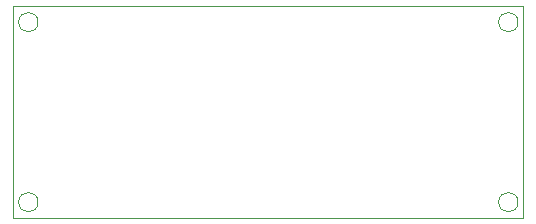
<source format=gbr>
%TF.GenerationSoftware,KiCad,Pcbnew,9.0.1*%
%TF.CreationDate,2025-04-21T22:05:37-04:00*%
%TF.ProjectId,nano_original,6e616e6f-5f6f-4726-9967-696e616c2e6b,rev?*%
%TF.SameCoordinates,Original*%
%TF.FileFunction,Profile,NP*%
%FSLAX46Y46*%
G04 Gerber Fmt 4.6, Leading zero omitted, Abs format (unit mm)*
G04 Created by KiCad (PCBNEW 9.0.1) date 2025-04-21 22:05:37*
%MOMM*%
%LPD*%
G01*
G04 APERTURE LIST*
%TA.AperFunction,Profile*%
%ADD10C,0.050000*%
%TD*%
G04 APERTURE END LIST*
D10*
X59150000Y-74000000D02*
X102350000Y-74000000D01*
X102350000Y-92000000D01*
X59150000Y-92000000D01*
X59150000Y-74000000D01*
X61265500Y-90630000D02*
G75*
G02*
X59614500Y-90630000I-825500J0D01*
G01*
X59614500Y-90630000D02*
G75*
G02*
X61265500Y-90630000I825500J0D01*
G01*
X61265500Y-75390000D02*
G75*
G02*
X59614500Y-75390000I-825500J0D01*
G01*
X59614500Y-75390000D02*
G75*
G02*
X61265500Y-75390000I825500J0D01*
G01*
X101905500Y-90630000D02*
G75*
G02*
X100254500Y-90630000I-825500J0D01*
G01*
X100254500Y-90630000D02*
G75*
G02*
X101905500Y-90630000I825500J0D01*
G01*
X101905500Y-75390000D02*
G75*
G02*
X100254500Y-75390000I-825500J0D01*
G01*
X100254500Y-75390000D02*
G75*
G02*
X101905500Y-75390000I825500J0D01*
G01*
M02*

</source>
